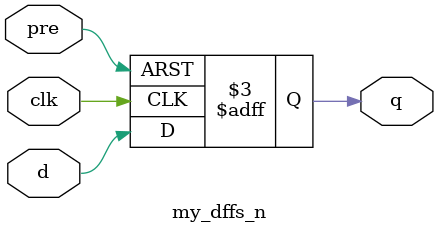
<source format=v>
module my_dffs_n (
    input d,
    clk,
    pre,
    output reg q
);
  always @(posedge clk or negedge pre)
    if (!pre) q <= 1'b1;
    else q <= d;
endmodule
</source>
